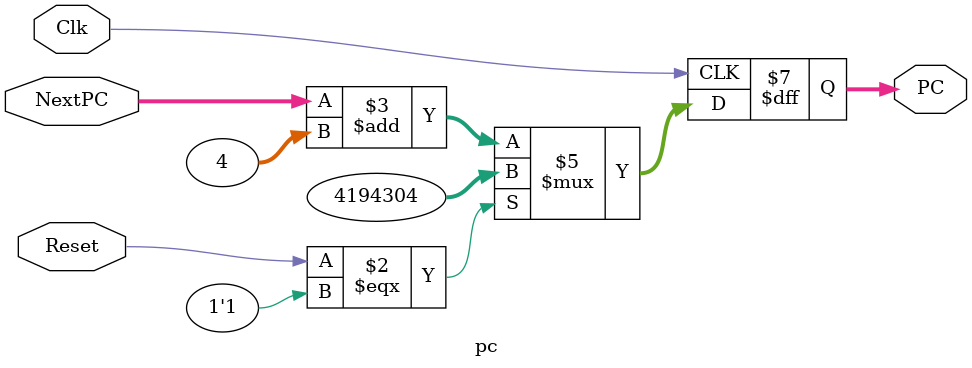
<source format=v>

module pc(
	NextPC, 
	Clk, 
	Reset, 
	PC
);
parameter WIDTH = 32;
parameter RESET_ADDR = 32'h0040_0000;

input [WIDTH-1:0] NextPC;
input Clk;
input Reset;
output [WIDTH-1:0] PC;

wire [WIDTH-1:0] NextPC;
wire Clk, Reset;
reg [WIDTH-1:0] PC;

always @ (posedge Clk)
begin
	if (Reset === 1'b1) begin
		PC = RESET_ADDR; 
		end
	else begin
		PC = NextPC+4;
	end		
end
endmodule

</source>
